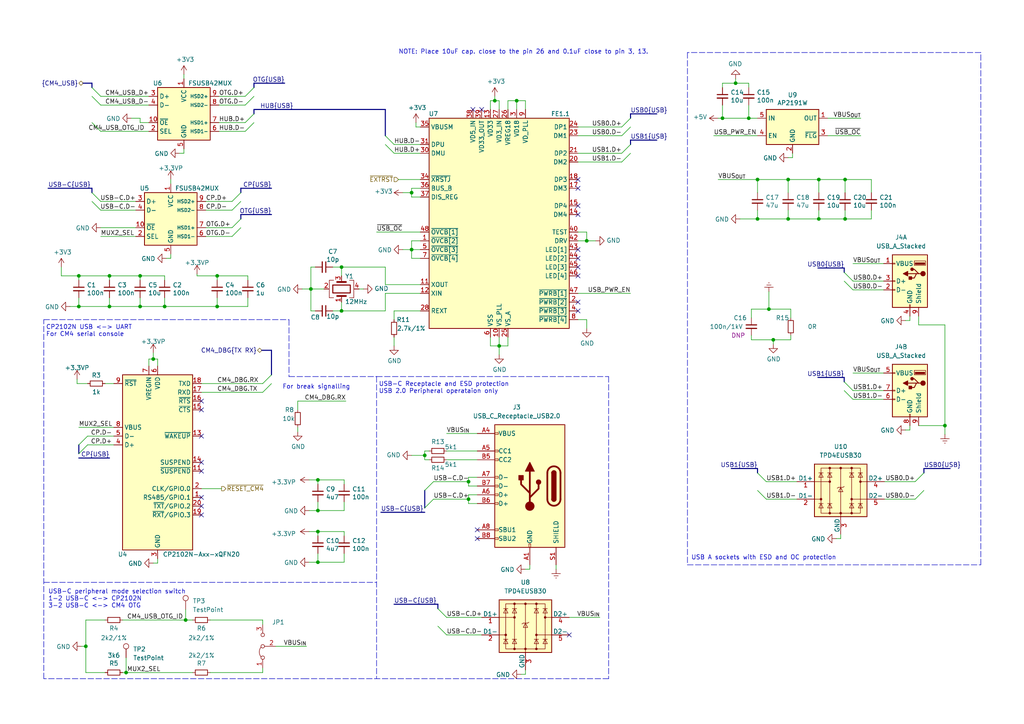
<source format=kicad_sch>
(kicad_sch (version 20210621) (generator eeschema)
  (paper "A4")
  (title_block (title "USB 2.0 host/USB 2.0 device") (date "2021-01-12") (rev "0.1") (company "Nabu Casa") (comment 1 "www.nabucasa.com") (comment 2 "Amber"))
  (bus_alias "I2C" (members "SDA" "SCL"))
  (bus_alias "CM4_USB" (members "CM4_USB_D+" "CM4_USB_D-" "CM4_USB_OTG_ID"))
  (bus_alias "USB" (members "D+" "D-"))
  (junction (at 22.86 80.01) (diameter 0.9144))
  (junction (at 22.86 88.9) (diameter 0.9144))
  (junction (at 24.892 187.452) (diameter 0.9144))
  (junction (at 31.75 80.01) (diameter 0.9144))
  (junction (at 31.75 88.9) (diameter 0.9144))
  (junction (at 36.576 195.072) (diameter 0.9144))
  (junction (at 40.64 80.01) (diameter 0.9144))
  (junction (at 40.64 88.9) (diameter 0.9144))
  (junction (at 44.45 104.14) (diameter 0.9144))
  (junction (at 47.752 88.9) (diameter 0.9144))
  (junction (at 53.848 179.832) (diameter 0.9144))
  (junction (at 62.992 80.01) (diameter 0.9144))
  (junction (at 62.992 88.9) (diameter 0.9144))
  (junction (at 90.17 83.82) (diameter 0.9144))
  (junction (at 92.202 139.192) (diameter 0.9144))
  (junction (at 92.202 148.082) (diameter 0.9144))
  (junction (at 92.202 154.178) (diameter 0.9144))
  (junction (at 92.202 163.068) (diameter 0.9144))
  (junction (at 99.06 77.47) (diameter 0.9144))
  (junction (at 99.06 90.17) (diameter 0.9144))
  (junction (at 119.38 55.88) (diameter 0.9144))
  (junction (at 119.38 72.39) (diameter 0.9144))
  (junction (at 123.19 132.08) (diameter 0.9144))
  (junction (at 135.89 139.7) (diameter 0.9144))
  (junction (at 135.89 144.78) (diameter 0.9144))
  (junction (at 143.51 29.21) (diameter 0.9144))
  (junction (at 144.78 100.33) (diameter 0.9144))
  (junction (at 149.86 29.21) (diameter 0.9144))
  (junction (at 170.18 69.85) (diameter 0.9144))
  (junction (at 209.55 34.29) (diameter 0.9144))
  (junction (at 213.36 24.13) (diameter 0.9144))
  (junction (at 217.17 34.29) (diameter 0.9144))
  (junction (at 219.71 52.07) (diameter 0.9144))
  (junction (at 219.71 63.5) (diameter 0.9144))
  (junction (at 223.012 89.662) (diameter 0.9144))
  (junction (at 224.282 98.552) (diameter 0.9144))
  (junction (at 228.6 52.07) (diameter 0.9144))
  (junction (at 228.6 63.5) (diameter 0.9144))
  (junction (at 237.49 52.07) (diameter 0.9144))
  (junction (at 237.49 63.5) (diameter 0.9144))
  (junction (at 245.11 52.07) (diameter 0.9144))
  (junction (at 245.11 63.5) (diameter 0.9144))
  (junction (at 274.066 123.444) (diameter 0.9144))
  (no_connect (at 58.42 116.332))
  (no_connect (at 58.42 118.872))
  (no_connect (at 58.42 126.492))
  (no_connect (at 58.42 134.112))
  (no_connect (at 58.42 136.652))
  (no_connect (at 58.42 144.272))
  (no_connect (at 58.42 146.812))
  (no_connect (at 58.42 149.352))
  (no_connect (at 137.16 31.75))
  (no_connect (at 138.43 153.67))
  (no_connect (at 138.43 156.21))
  (no_connect (at 139.7 31.75))
  (no_connect (at 165.1 184.15))
  (no_connect (at 167.64 52.07))
  (no_connect (at 167.64 54.61))
  (no_connect (at 167.64 59.69))
  (no_connect (at 167.64 62.23))
  (no_connect (at 167.64 72.39))
  (no_connect (at 167.64 74.93))
  (no_connect (at 167.64 77.47))
  (no_connect (at 167.64 80.01))
  (no_connect (at 167.64 87.63))
  (no_connect (at 167.64 90.17))
  (bus_entry (at 22.86 129.032) (size 2.54 -2.54) (stroke (width 0.1524)))
  (bus_entry (at 22.86 131.572) (size 2.54 -2.54) (stroke (width 0.1524)))
  (bus_entry (at 26.67 25.4) (size 2.54 2.54) (stroke (width 0.1524)))
  (bus_entry (at 26.67 27.94) (size 2.54 2.54) (stroke (width 0.1524)))
  (bus_entry (at 26.67 35.56) (size 2.54 2.54) (stroke (width 0.1524)))
  (bus_entry (at 26.67 55.88) (size 2.54 2.54) (stroke (width 0.1524)))
  (bus_entry (at 26.67 58.42) (size 2.54 2.54) (stroke (width 0.1524)))
  (bus_entry (at 69.85 55.88) (size -2.54 2.54) (stroke (width 0.1524)))
  (bus_entry (at 69.85 58.42) (size -2.54 2.54) (stroke (width 0.1524)))
  (bus_entry (at 69.85 63.5) (size -2.54 2.54) (stroke (width 0.1524)))
  (bus_entry (at 69.85 66.04) (size -2.54 2.54) (stroke (width 0.1524)))
  (bus_entry (at 73.66 25.4) (size -2.54 2.54) (stroke (width 0.1524)))
  (bus_entry (at 73.66 27.94) (size -2.54 2.54) (stroke (width 0.1524)))
  (bus_entry (at 73.66 33.02) (size -2.54 2.54) (stroke (width 0.1524)))
  (bus_entry (at 73.66 35.56) (size -2.54 2.54) (stroke (width 0.1524)))
  (bus_entry (at 76.2 111.252) (size 2.54 -2.54) (stroke (width 0.1524)))
  (bus_entry (at 76.2 113.792) (size 2.54 -2.54) (stroke (width 0.1524)))
  (bus_entry (at 111.76 39.37) (size 2.54 2.54) (stroke (width 0.1524)))
  (bus_entry (at 111.76 41.91) (size 2.54 2.54) (stroke (width 0.1524)))
  (bus_entry (at 123.19 142.24) (size 2.54 -2.54) (stroke (width 0.1524)))
  (bus_entry (at 123.19 147.32) (size 2.54 -2.54) (stroke (width 0.1524)))
  (bus_entry (at 127 176.53) (size 2.54 2.54) (stroke (width 0.1524)))
  (bus_entry (at 127 181.61) (size 2.54 2.54) (stroke (width 0.1524)))
  (bus_entry (at 180.34 36.83) (size 2.54 -2.54) (stroke (width 0.1524)))
  (bus_entry (at 180.34 39.37) (size 2.54 -2.54) (stroke (width 0.1524)))
  (bus_entry (at 180.34 44.45) (size 2.54 -2.54) (stroke (width 0.1524)))
  (bus_entry (at 180.34 46.99) (size 2.54 -2.54) (stroke (width 0.1524)))
  (bus_entry (at 222.25 139.7) (size -2.54 -2.54) (stroke (width 0.1524)))
  (bus_entry (at 222.25 144.78) (size -2.54 -2.54) (stroke (width 0.1524)))
  (bus_entry (at 247.396 81.534) (size -2.54 -2.54) (stroke (width 0.1524)))
  (bus_entry (at 247.396 84.074) (size -2.54 -2.54) (stroke (width 0.1524)))
  (bus_entry (at 247.396 113.284) (size -2.54 -2.54) (stroke (width 0.1524)))
  (bus_entry (at 247.396 115.824) (size -2.54 -2.54) (stroke (width 0.1524)))
  (bus_entry (at 265.43 139.7) (size 2.54 -2.54) (stroke (width 0.1524)))
  (bus_entry (at 265.43 144.78) (size 2.54 -2.54) (stroke (width 0.1524)))
  (wire (pts (xy 17.78 80.01) (xy 17.78 77.47)))
  (wire (pts (xy 17.78 80.01) (xy 22.86 80.01)))
  (wire (pts (xy 20.32 88.9) (xy 22.86 88.9)))
  (wire (pts (xy 22.352 111.252) (xy 22.352 109.982)))
  (wire (pts (xy 22.86 80.01) (xy 22.86 81.28)))
  (wire (pts (xy 22.86 80.01) (xy 31.75 80.01)))
  (wire (pts (xy 22.86 86.36) (xy 22.86 88.9)))
  (wire (pts (xy 22.86 88.9) (xy 31.75 88.9)))
  (wire (pts (xy 22.86 123.952) (xy 33.02 123.952)))
  (wire (pts (xy 23.622 187.452) (xy 24.892 187.452)))
  (wire (pts (xy 24.892 179.832) (xy 30.48 179.832)))
  (wire (pts (xy 24.892 187.452) (xy 24.892 179.832)))
  (wire (pts (xy 24.892 195.072) (xy 24.892 187.452)))
  (wire (pts (xy 25.4 111.252) (xy 22.352 111.252)))
  (wire (pts (xy 29.21 27.94) (xy 43.18 27.94)))
  (wire (pts (xy 29.21 30.48) (xy 43.18 30.48)))
  (wire (pts (xy 29.21 38.1) (xy 43.18 38.1)))
  (wire (pts (xy 29.21 66.04) (xy 39.37 66.04)))
  (wire (pts (xy 29.21 68.58) (xy 39.37 68.58)))
  (wire (pts (xy 30.48 111.252) (xy 33.02 111.252)))
  (wire (pts (xy 30.48 195.072) (xy 24.892 195.072)))
  (wire (pts (xy 31.75 80.01) (xy 31.75 81.28)))
  (wire (pts (xy 31.75 86.36) (xy 31.75 88.9)))
  (wire (pts (xy 31.75 88.9) (xy 40.64 88.9)))
  (wire (pts (xy 33.02 126.492) (xy 25.4 126.492)))
  (wire (pts (xy 33.02 129.032) (xy 25.4 129.032)))
  (wire (pts (xy 35.56 179.832) (xy 53.848 179.832)))
  (wire (pts (xy 35.56 195.072) (xy 36.576 195.072)))
  (wire (pts (xy 36.576 190.754) (xy 36.576 195.072)))
  (wire (pts (xy 36.576 195.072) (xy 55.88 195.072)))
  (wire (pts (xy 39.37 58.42) (xy 29.21 58.42)))
  (wire (pts (xy 39.37 60.96) (xy 29.21 60.96)))
  (wire (pts (xy 40.64 34.29) (xy 38.1 34.29)))
  (wire (pts (xy 40.64 35.56) (xy 40.64 34.29)))
  (wire (pts (xy 40.64 80.01) (xy 31.75 80.01)))
  (wire (pts (xy 40.64 80.01) (xy 40.64 81.28)))
  (wire (pts (xy 40.64 86.36) (xy 40.64 88.9)))
  (wire (pts (xy 40.64 88.9) (xy 47.752 88.9)))
  (wire (pts (xy 43.18 35.56) (xy 40.64 35.56)))
  (wire (pts (xy 43.18 104.14) (xy 44.45 104.14)))
  (wire (pts (xy 43.18 106.172) (xy 43.18 104.14)))
  (wire (pts (xy 44.45 102.362) (xy 44.45 104.14)))
  (wire (pts (xy 44.45 163.322) (xy 45.72 163.322)))
  (wire (pts (xy 45.72 104.14) (xy 44.45 104.14)))
  (wire (pts (xy 45.72 106.172) (xy 45.72 104.14)))
  (wire (pts (xy 45.72 163.322) (xy 45.72 162.052)))
  (wire (pts (xy 47.752 80.01) (xy 40.64 80.01)))
  (wire (pts (xy 47.752 81.28) (xy 47.752 80.01)))
  (wire (pts (xy 47.752 86.36) (xy 47.752 88.9)))
  (wire (pts (xy 47.752 88.9) (xy 62.992 88.9)))
  (wire (pts (xy 48.26 74.93) (xy 49.53 74.93)))
  (wire (pts (xy 49.53 52.07) (xy 49.53 53.34)))
  (wire (pts (xy 49.53 74.93) (xy 49.53 73.66)))
  (wire (pts (xy 52.07 44.45) (xy 53.34 44.45)))
  (wire (pts (xy 53.34 21.59) (xy 53.34 22.86)))
  (wire (pts (xy 53.34 44.45) (xy 53.34 43.18)))
  (wire (pts (xy 53.848 176.784) (xy 53.848 179.832)))
  (wire (pts (xy 53.848 179.832) (xy 55.88 179.832)))
  (wire (pts (xy 57.15 79.502) (xy 57.15 80.01)))
  (wire (pts (xy 57.15 80.01) (xy 62.992 80.01)))
  (wire (pts (xy 58.42 111.252) (xy 76.2 111.252)))
  (wire (pts (xy 58.42 113.792) (xy 76.2 113.792)))
  (wire (pts (xy 58.42 141.732) (xy 64.262 141.732)))
  (wire (pts (xy 59.69 58.42) (xy 67.31 58.42)))
  (wire (pts (xy 59.69 60.96) (xy 67.31 60.96)))
  (wire (pts (xy 59.69 66.04) (xy 67.31 66.04)))
  (wire (pts (xy 59.69 68.58) (xy 67.31 68.58)))
  (wire (pts (xy 60.96 195.072) (xy 76.2 195.072)))
  (wire (pts (xy 62.992 80.01) (xy 62.992 81.28)))
  (wire (pts (xy 62.992 80.01) (xy 71.882 80.01)))
  (wire (pts (xy 62.992 86.36) (xy 62.992 88.9)))
  (wire (pts (xy 62.992 88.9) (xy 71.882 88.9)))
  (wire (pts (xy 63.5 27.94) (xy 71.12 27.94)))
  (wire (pts (xy 63.5 30.48) (xy 71.12 30.48)))
  (wire (pts (xy 63.5 35.56) (xy 71.12 35.56)))
  (wire (pts (xy 63.5 38.1) (xy 71.12 38.1)))
  (wire (pts (xy 71.882 80.01) (xy 71.882 81.28)))
  (wire (pts (xy 71.882 88.9) (xy 71.882 86.36)))
  (wire (pts (xy 76.2 179.832) (xy 60.96 179.832)))
  (wire (pts (xy 76.2 181.102) (xy 76.2 179.832)))
  (wire (pts (xy 76.2 195.072) (xy 76.2 193.802)))
  (wire (pts (xy 86.36 116.332) (xy 86.36 118.872)))
  (wire (pts (xy 86.36 116.332) (xy 100.33 116.332)))
  (wire (pts (xy 86.36 123.952) (xy 86.36 125.222)))
  (wire (pts (xy 87.63 83.82) (xy 90.17 83.82)))
  (wire (pts (xy 88.9 187.452) (xy 80.01 187.452)))
  (wire (pts (xy 89.662 139.192) (xy 92.202 139.192)))
  (wire (pts (xy 89.662 148.082) (xy 92.202 148.082)))
  (wire (pts (xy 89.662 154.178) (xy 92.202 154.178)))
  (wire (pts (xy 89.662 163.068) (xy 92.202 163.068)))
  (wire (pts (xy 90.17 77.47) (xy 90.17 83.82)))
  (wire (pts (xy 90.17 83.82) (xy 90.17 90.17)))
  (wire (pts (xy 90.17 83.82) (xy 93.98 83.82)))
  (wire (pts (xy 90.17 90.17) (xy 91.44 90.17)))
  (wire (pts (xy 91.44 77.47) (xy 90.17 77.47)))
  (wire (pts (xy 92.202 139.192) (xy 92.202 140.462)))
  (wire (pts (xy 92.202 145.542) (xy 92.202 148.082)))
  (wire (pts (xy 92.202 148.082) (xy 99.822 148.082)))
  (wire (pts (xy 92.202 154.178) (xy 92.202 155.448)))
  (wire (pts (xy 92.202 160.528) (xy 92.202 163.068)))
  (wire (pts (xy 92.202 163.068) (xy 99.822 163.068)))
  (wire (pts (xy 96.52 77.47) (xy 99.06 77.47)))
  (wire (pts (xy 96.52 90.17) (xy 99.06 90.17)))
  (wire (pts (xy 99.06 77.47) (xy 99.06 80.01)))
  (wire (pts (xy 99.06 77.47) (xy 111.76 77.47)))
  (wire (pts (xy 99.06 87.63) (xy 99.06 90.17)))
  (wire (pts (xy 99.06 90.17) (xy 111.76 90.17)))
  (wire (pts (xy 99.822 139.192) (xy 92.202 139.192)))
  (wire (pts (xy 99.822 140.462) (xy 99.822 139.192)))
  (wire (pts (xy 99.822 145.542) (xy 99.822 148.082)))
  (wire (pts (xy 99.822 154.178) (xy 92.202 154.178)))
  (wire (pts (xy 99.822 155.448) (xy 99.822 154.178)))
  (wire (pts (xy 99.822 160.528) (xy 99.822 163.068)))
  (wire (pts (xy 104.14 83.82) (xy 105.41 83.82)))
  (wire (pts (xy 111.76 82.55) (xy 111.76 77.47)))
  (wire (pts (xy 111.76 85.09) (xy 111.76 90.17)))
  (wire (pts (xy 114.3 41.91) (xy 121.92 41.91)))
  (wire (pts (xy 114.3 44.45) (xy 121.92 44.45)))
  (wire (pts (xy 114.3 90.17) (xy 121.92 90.17)))
  (wire (pts (xy 114.3 92.71) (xy 114.3 90.17)))
  (wire (pts (xy 114.3 97.79) (xy 114.3 100.33)))
  (wire (pts (xy 115.57 52.07) (xy 121.92 52.07)))
  (wire (pts (xy 116.84 55.88) (xy 119.38 55.88)))
  (wire (pts (xy 116.84 72.39) (xy 119.38 72.39)))
  (wire (pts (xy 119.38 54.61) (xy 121.92 54.61)))
  (wire (pts (xy 119.38 55.88) (xy 119.38 54.61)))
  (wire (pts (xy 119.38 57.15) (xy 119.38 55.88)))
  (wire (pts (xy 119.38 69.85) (xy 121.92 69.85)))
  (wire (pts (xy 119.38 72.39) (xy 119.38 69.85)))
  (wire (pts (xy 119.38 72.39) (xy 119.38 74.93)))
  (wire (pts (xy 119.38 72.39) (xy 121.92 72.39)))
  (wire (pts (xy 119.38 74.93) (xy 121.92 74.93)))
  (wire (pts (xy 119.38 132.08) (xy 123.19 132.08)))
  (wire (pts (xy 120.65 35.56) (xy 120.65 36.83)))
  (wire (pts (xy 121.92 36.83) (xy 120.65 36.83)))
  (wire (pts (xy 121.92 57.15) (xy 119.38 57.15)))
  (wire (pts (xy 121.92 67.31) (xy 109.22 67.31)))
  (wire (pts (xy 121.92 82.55) (xy 111.76 82.55)))
  (wire (pts (xy 121.92 85.09) (xy 111.76 85.09)))
  (wire (pts (xy 123.19 130.81) (xy 123.19 132.08)))
  (wire (pts (xy 123.19 132.08) (xy 123.19 133.35)))
  (wire (pts (xy 123.19 133.35) (xy 124.46 133.35)))
  (wire (pts (xy 124.46 130.81) (xy 123.19 130.81)))
  (wire (pts (xy 125.73 139.7) (xy 135.89 139.7)))
  (wire (pts (xy 125.73 144.78) (xy 135.89 144.78)))
  (wire (pts (xy 129.54 125.73) (xy 138.43 125.73)))
  (wire (pts (xy 129.54 130.81) (xy 138.43 130.81)))
  (wire (pts (xy 129.54 133.35) (xy 138.43 133.35)))
  (wire (pts (xy 129.54 179.07) (xy 139.7 179.07)))
  (wire (pts (xy 129.54 184.15) (xy 139.7 184.15)))
  (wire (pts (xy 135.89 139.7) (xy 135.89 138.43)))
  (wire (pts (xy 135.89 140.97) (xy 135.89 139.7)))
  (wire (pts (xy 135.89 140.97) (xy 138.43 140.97)))
  (wire (pts (xy 135.89 144.78) (xy 135.89 143.51)))
  (wire (pts (xy 135.89 146.05) (xy 135.89 144.78)))
  (wire (pts (xy 135.89 146.05) (xy 138.43 146.05)))
  (wire (pts (xy 138.43 138.43) (xy 135.89 138.43)))
  (wire (pts (xy 138.43 143.51) (xy 135.89 143.51)))
  (wire (pts (xy 142.24 29.21) (xy 143.51 29.21)))
  (wire (pts (xy 142.24 31.75) (xy 142.24 29.21)))
  (wire (pts (xy 142.24 97.79) (xy 142.24 100.33)))
  (wire (pts (xy 142.24 100.33) (xy 144.78 100.33)))
  (wire (pts (xy 143.51 27.94) (xy 143.51 29.21)))
  (wire (pts (xy 143.51 29.21) (xy 144.78 29.21)))
  (wire (pts (xy 144.78 29.21) (xy 144.78 31.75)))
  (wire (pts (xy 144.78 97.79) (xy 144.78 100.33)))
  (wire (pts (xy 144.78 100.33) (xy 144.78 102.87)))
  (wire (pts (xy 147.32 29.21) (xy 149.86 29.21)))
  (wire (pts (xy 147.32 31.75) (xy 147.32 29.21)))
  (wire (pts (xy 147.32 97.79) (xy 147.32 100.33)))
  (wire (pts (xy 147.32 100.33) (xy 144.78 100.33)))
  (wire (pts (xy 149.86 29.21) (xy 149.86 31.75)))
  (wire (pts (xy 151.13 195.58) (xy 152.4 195.58)))
  (wire (pts (xy 152.4 29.21) (xy 149.86 29.21)))
  (wire (pts (xy 152.4 31.75) (xy 152.4 29.21)))
  (wire (pts (xy 152.4 165.1) (xy 153.67 165.1)))
  (wire (pts (xy 152.4 195.58) (xy 152.4 194.31)))
  (wire (pts (xy 153.67 165.1) (xy 153.67 163.83)))
  (wire (pts (xy 161.29 163.83) (xy 161.29 165.1)))
  (wire (pts (xy 167.64 36.83) (xy 180.34 36.83)))
  (wire (pts (xy 167.64 39.37) (xy 180.34 39.37)))
  (wire (pts (xy 167.64 44.45) (xy 180.34 44.45)))
  (wire (pts (xy 167.64 46.99) (xy 180.34 46.99)))
  (wire (pts (xy 167.64 67.31) (xy 170.18 67.31)))
  (wire (pts (xy 167.64 85.09) (xy 182.88 85.09)))
  (wire (pts (xy 167.64 92.71) (xy 170.18 92.71)))
  (wire (pts (xy 170.18 67.31) (xy 170.18 69.85)))
  (wire (pts (xy 170.18 69.85) (xy 167.64 69.85)))
  (wire (pts (xy 170.18 69.85) (xy 172.72 69.85)))
  (wire (pts (xy 170.18 92.71) (xy 170.18 95.25)))
  (wire (pts (xy 173.99 179.07) (xy 165.1 179.07)))
  (wire (pts (xy 208.28 34.29) (xy 209.55 34.29)))
  (wire (pts (xy 208.28 52.07) (xy 219.71 52.07)))
  (wire (pts (xy 209.55 24.13) (xy 209.55 25.4)))
  (wire (pts (xy 209.55 30.48) (xy 209.55 34.29)))
  (wire (pts (xy 209.55 34.29) (xy 217.17 34.29)))
  (wire (pts (xy 213.36 22.86) (xy 213.36 24.13)))
  (wire (pts (xy 213.36 24.13) (xy 209.55 24.13)))
  (wire (pts (xy 214.63 63.5) (xy 219.71 63.5)))
  (wire (pts (xy 217.17 24.13) (xy 213.36 24.13)))
  (wire (pts (xy 217.17 25.4) (xy 217.17 24.13)))
  (wire (pts (xy 217.17 30.48) (xy 217.17 34.29)))
  (wire (pts (xy 217.17 34.29) (xy 219.71 34.29)))
  (wire (pts (xy 217.932 89.662) (xy 217.932 92.202)))
  (wire (pts (xy 217.932 97.282) (xy 217.932 98.552)))
  (wire (pts (xy 217.932 98.552) (xy 224.282 98.552)))
  (wire (pts (xy 219.71 39.37) (xy 207.01 39.37)))
  (wire (pts (xy 219.71 52.07) (xy 219.71 55.88)))
  (wire (pts (xy 219.71 52.07) (xy 228.6 52.07)))
  (wire (pts (xy 219.71 60.96) (xy 219.71 63.5)))
  (wire (pts (xy 219.71 63.5) (xy 228.6 63.5)))
  (wire (pts (xy 222.25 139.7) (xy 231.14 139.7)))
  (wire (pts (xy 222.25 144.78) (xy 231.14 144.78)))
  (wire (pts (xy 223.012 84.582) (xy 223.012 89.662)))
  (wire (pts (xy 223.012 89.662) (xy 217.932 89.662)))
  (wire (pts (xy 224.282 98.552) (xy 224.282 99.822)))
  (wire (pts (xy 224.282 98.552) (xy 229.362 98.552)))
  (wire (pts (xy 228.6 45.72) (xy 229.87 45.72)))
  (wire (pts (xy 228.6 52.07) (xy 228.6 55.88)))
  (wire (pts (xy 228.6 52.07) (xy 237.49 52.07)))
  (wire (pts (xy 228.6 60.96) (xy 228.6 63.5)))
  (wire (pts (xy 228.6 63.5) (xy 237.49 63.5)))
  (wire (pts (xy 229.362 89.662) (xy 223.012 89.662)))
  (wire (pts (xy 229.362 92.202) (xy 229.362 89.662)))
  (wire (pts (xy 229.362 98.552) (xy 229.362 97.282)))
  (wire (pts (xy 229.87 45.72) (xy 229.87 44.45)))
  (wire (pts (xy 237.49 52.07) (xy 237.49 55.88)))
  (wire (pts (xy 237.49 52.07) (xy 245.11 52.07)))
  (wire (pts (xy 237.49 60.96) (xy 237.49 63.5)))
  (wire (pts (xy 237.49 63.5) (xy 245.11 63.5)))
  (wire (pts (xy 240.03 34.29) (xy 249.682 34.29)))
  (wire (pts (xy 240.03 39.37) (xy 249.682 39.37)))
  (wire (pts (xy 242.57 156.21) (xy 243.84 156.21)))
  (wire (pts (xy 243.84 156.21) (xy 243.84 154.94)))
  (wire (pts (xy 245.11 52.07) (xy 245.11 55.88)))
  (wire (pts (xy 245.11 60.96) (xy 245.11 63.5)))
  (wire (pts (xy 245.11 63.5) (xy 252.73 63.5)))
  (wire (pts (xy 247.396 76.454) (xy 256.286 76.454)))
  (wire (pts (xy 247.396 81.534) (xy 256.286 81.534)))
  (wire (pts (xy 247.396 84.074) (xy 256.286 84.074)))
  (wire (pts (xy 247.396 108.204) (xy 256.286 108.204)))
  (wire (pts (xy 247.396 113.284) (xy 256.286 113.284)))
  (wire (pts (xy 247.396 115.824) (xy 256.286 115.824)))
  (wire (pts (xy 252.73 52.07) (xy 245.11 52.07)))
  (wire (pts (xy 252.73 55.88) (xy 252.73 52.07)))
  (wire (pts (xy 252.73 63.5) (xy 252.73 60.96)))
  (wire (pts (xy 262.636 92.964) (xy 263.906 92.964)))
  (wire (pts (xy 262.636 124.714) (xy 263.906 124.714)))
  (wire (pts (xy 263.906 92.964) (xy 263.906 91.694)))
  (wire (pts (xy 263.906 124.714) (xy 263.906 123.444)))
  (wire (pts (xy 265.43 139.7) (xy 256.54 139.7)))
  (wire (pts (xy 265.43 144.78) (xy 256.54 144.78)))
  (wire (pts (xy 266.446 91.694) (xy 266.446 94.234)))
  (wire (pts (xy 266.446 94.234) (xy 274.066 94.234)))
  (wire (pts (xy 266.446 123.444) (xy 274.066 123.444)))
  (wire (pts (xy 274.066 94.234) (xy 274.066 123.444)))
  (wire (pts (xy 274.066 123.444) (xy 274.066 125.984)))
  (bus (pts (xy 22.86 129.032) (xy 22.86 132.842)))
  (bus (pts (xy 22.86 132.842) (xy 31.75 132.842)))
  (bus (pts (xy 24.13 24.13) (xy 26.67 24.13)))
  (bus (pts (xy 26.67 24.13) (xy 26.67 35.56)))
  (bus (pts (xy 26.67 54.61) (xy 13.97 54.61)))
  (bus (pts (xy 26.67 54.61) (xy 26.67 58.42)))
  (bus (pts (xy 69.85 54.61) (xy 69.85 58.42)))
  (bus (pts (xy 69.85 54.61) (xy 78.74 54.61)))
  (bus (pts (xy 69.85 62.23) (xy 69.85 66.04)))
  (bus (pts (xy 69.85 62.23) (xy 78.74 62.23)))
  (bus (pts (xy 73.66 24.13) (xy 73.66 27.94)))
  (bus (pts (xy 73.66 24.13) (xy 82.55 24.13)))
  (bus (pts (xy 73.66 31.75) (xy 73.66 35.56)))
  (bus (pts (xy 73.66 31.75) (xy 111.76 31.75)))
  (bus (pts (xy 75.946 101.6) (xy 78.74 101.6)))
  (bus (pts (xy 78.74 101.6) (xy 78.74 111.252)))
  (bus (pts (xy 111.76 31.75) (xy 111.76 41.91)))
  (bus (pts (xy 123.19 142.24) (xy 123.19 148.59)))
  (bus (pts (xy 123.19 148.59) (xy 110.49 148.59)))
  (bus (pts (xy 127 175.26) (xy 114.3 175.26)))
  (bus (pts (xy 127 175.26) (xy 127 181.61)))
  (bus (pts (xy 182.88 33.02) (xy 182.88 36.83)))
  (bus (pts (xy 182.88 33.02) (xy 190.5 33.02)))
  (bus (pts (xy 182.88 40.64) (xy 182.88 44.45)))
  (bus (pts (xy 182.88 40.64) (xy 190.5 40.64)))
  (bus (pts (xy 219.71 135.89) (xy 212.09 135.89)))
  (bus (pts (xy 219.71 135.89) (xy 219.71 142.24)))
  (bus (pts (xy 244.856 77.724) (xy 237.236 77.724)))
  (bus (pts (xy 244.856 77.724) (xy 244.856 81.534)))
  (bus (pts (xy 244.856 109.474) (xy 237.236 109.474)))
  (bus (pts (xy 244.856 109.474) (xy 244.856 113.284)))
  (bus (pts (xy 267.97 135.89) (xy 267.97 142.24)))
  (bus (pts (xy 267.97 135.89) (xy 275.59 135.89)))
  (polyline (pts (xy 12.7 92.71) (xy 83.82 92.71)) (stroke (width 0) (type dash)))
  (polyline (pts (xy 12.7 168.91) (xy 109.22 168.91)) (stroke (width 0) (type dash)))
  (polyline (pts (xy 12.7 196.85) (xy 12.7 92.71)) (stroke (width 0) (type dash)))
  (polyline (pts (xy 83.82 92.71) (xy 83.82 109.22)) (stroke (width 0) (type dash)))
  (polyline (pts (xy 83.82 109.22) (xy 109.22 109.22)) (stroke (width 0) (type dash)))
  (polyline (pts (xy 88.9 196.85) (xy 12.7 196.85)) (stroke (width 0) (type dash)))
  (polyline (pts (xy 109.22 109.22) (xy 109.22 196.85)) (stroke (width 0) (type dash)))
  (polyline (pts (xy 109.22 109.22) (xy 176.53 109.22)) (stroke (width 0) (type dash)))
  (polyline (pts (xy 176.53 109.22) (xy 176.53 196.85)) (stroke (width 0) (type dash)))
  (polyline (pts (xy 176.53 196.85) (xy 88.9 196.85)) (stroke (width 0) (type dash)))
  (polyline (pts (xy 199.39 15.24) (xy 199.39 163.83)) (stroke (width 0) (type dash)))
  (polyline (pts (xy 199.39 163.83) (xy 284.48 163.83)) (stroke (width 0) (type dash)))
  (polyline (pts (xy 284.48 15.24) (xy 199.39 15.24)) (stroke (width 0) (type dash)))
  (polyline (pts (xy 284.48 163.83) (xy 284.48 15.24)) (stroke (width 0) (type dash)))
  (text "CP2102N USB <-> UART\nFor CM4 serial console" (at 13.335 97.79 0) (effects (font (size 1.27 1.27)) (justify left bottom)))
  (text "USB-C peripheral mode selection switch\n1-2 USB-C <-> CP2102N\n3-2 USB-C <-> CM4 OTG" (at 13.97 176.53 0) (effects (font (size 1.27 1.27)) (justify left bottom)))
  (text "For break signalling" (at 81.915 113.03 0) (effects (font (size 1.27 1.27)) (justify left bottom)))
  (text "USB-C Receptacle and ESD protection\nUSB 2.0 Peripheral operataion only" (at 109.855 114.3 0) (effects (font (size 1.27 1.27)) (justify left bottom)))
  (text "NOTE: Place 10uF cap. close to the pin 26 and 0.1uF close to pin 3, 13." (at 115.57 15.875 0) (effects (font (size 1.27 1.27)) (justify left bottom)))
  (text "USB A sockets with ESD and OC protection" (at 242.57 162.56 180) (effects (font (size 1.27 1.27)) (justify right bottom)))
  (label "USB-C{USB}" (at 13.97 54.61 0))
  (label "MUX2_SEL" (at 22.86 123.952 0))
  (label "MUX2_SEL" (at 29.21 68.58 0))
  (label "CM4_USB_D+" (at 30.48 27.94 0))
  (label "CM4_USB_D-" (at 30.48 30.48 0))
  (label "CP{USB}" (at 31.75 132.842 180))
  (label "CP.D-" (at 32.512 126.492 180))
  (label "CP.D+" (at 32.512 129.032 180))
  (label "CM4_USB_OTG_ID" (at 36.83 179.832 0))
  (label "MUX2_SEL" (at 36.83 195.072 0))
  (label "USB-C.D+" (at 39.37 58.42 180))
  (label "USB-C.D-" (at 39.37 60.96 180))
  (label "CM4_USB_OTG_ID" (at 41.91 38.1 180))
  (label "CP.D+" (at 59.69 58.42 0))
  (label "CP.D-" (at 59.69 60.96 0))
  (label "OTG.D+" (at 59.69 66.04 0))
  (label "OTG.D-" (at 59.69 68.58 0))
  (label "CM4_DBG.RX" (at 62.992 111.252 0))
  (label "CM4_DBG.TX" (at 62.992 113.792 0))
  (label "OTG.D+" (at 63.5 27.94 0))
  (label "OTG.D-" (at 63.5 30.48 0))
  (label "HUB.D+" (at 63.5 35.56 0))
  (label "HUB.D-" (at 63.5 38.1 0))
  (label "CP{USB}" (at 78.74 54.61 180))
  (label "OTG{USB}" (at 78.74 62.23 180))
  (label "OTG{USB}" (at 82.55 24.13 180))
  (label "HUB{USB}" (at 85.09 31.75 180))
  (label "VBUS_{IN}" (at 88.9 187.452 180))
  (label "CM4_DBG.RX" (at 100.33 116.332 180))
  (label "~{USB_OC}" (at 109.22 67.31 0))
  (label "USB-C{USB}" (at 110.49 148.59 0))
  (label "HUB.D-" (at 114.3 41.91 0))
  (label "HUB.D+" (at 114.3 44.45 0))
  (label "USB-C{USB}" (at 114.3 175.26 0))
  (label "USB-C.D-" (at 125.73 139.7 0))
  (label "USB-C.D+" (at 125.73 144.78 0))
  (label "VBUS_{IN}" (at 129.54 125.73 0))
  (label "USB-C.D+" (at 129.54 179.07 0))
  (label "USB-C.D-" (at 129.54 184.15 0))
  (label "VBUS_{IN}" (at 173.99 179.07 180))
  (label "USB0.D+" (at 180.34 36.83 180))
  (label "USB0.D-" (at 180.34 39.37 180))
  (label "USB1.D+" (at 180.34 44.45 180))
  (label "USB1.D-" (at 180.34 46.99 180))
  (label "USB0{USB}" (at 182.88 33.02 0))
  (label "USB1{USB}" (at 182.88 40.64 0))
  (label "USB_PWR_EN" (at 182.88 85.09 180))
  (label "USB_PWR_EN" (at 207.01 39.37 0))
  (label "VBUS_{OUT}" (at 208.28 52.07 0))
  (label "USB1{USB}" (at 219.71 135.89 180))
  (label "USB1.D+" (at 222.25 139.7 0))
  (label "USB1.D-" (at 222.25 144.78 0))
  (label "USB0{USB}" (at 244.856 77.724 180))
  (label "USB1{USB}" (at 244.856 109.474 180))
  (label "VBUS_{OUT}" (at 247.396 76.454 0))
  (label "USB0.D+" (at 247.396 81.534 0))
  (label "USB0.D-" (at 247.396 84.074 0))
  (label "VBUS_{OUT}" (at 247.396 108.204 0))
  (label "USB1.D+" (at 247.396 113.284 0))
  (label "USB1.D-" (at 247.396 115.824 0))
  (label "VBUS_{OUT}" (at 249.682 34.29 180))
  (label "~{USB_OC}" (at 249.682 39.37 180))
  (label "USB0.D+" (at 265.43 139.7 180))
  (label "USB0.D-" (at 265.43 144.78 180))
  (label "USB0{USB}" (at 267.97 135.89 0))
  (hierarchical_label "{CM4_USB}" (shape bidirectional) (at 24.13 24.13 180))
  (hierarchical_label "~{RESET_CM4}" (shape output) (at 64.262 141.732 0))
  (hierarchical_label "CM4_DBG{TX RX}" (shape bidirectional) (at 75.946 101.6 180))
  (hierarchical_label "~{EXTRST}" (shape input) (at 115.57 52.07 180))
  (symbol (lib_id "power:+3V3") (at 17.78 77.47 0) (unit 1)
    (property "Reference" "#PWR018" (effects hide))
    (property "Value" "+3V3" (at 18.1483 73.1456 0))
  )
  (symbol (lib_id "power:+3.3VP") (at 22.352 109.982 0) (unit 1)
    (property "Reference" "#PWR0190" (effects hide))
    (property "Value" "+3.3VP" (at 22.352 106.68 0))
  )
  (symbol (lib_id "power:+3.3VP") (at 44.45 102.362 0) (unit 1)
    (property "Reference" "#PWR0193" (effects hide))
    (property "Value" "+3.3VP" (at 44.45 99.06 0))
  )
  (symbol (lib_id "power:+3.3VP") (at 49.53 52.07 0) (unit 1)
    (property "Reference" "#PWR0194" (effects hide))
    (property "Value" "+3.3VP" (at 49.53 48.768 0))
  )
  (symbol (lib_id "power:+3V3") (at 53.34 21.59 0) (unit 1)
    (property "Reference" "#PWR025" (effects hide))
    (property "Value" "+3V3" (at 53.7083 17.2656 0))
  )
  (symbol (lib_id "power:+3.3VP") (at 57.15 79.502 0) (unit 1)
    (property "Reference" "#PWR0195" (effects hide))
    (property "Value" "+3.3VP" (at 57.15 76.2 0))
  )
  (symbol (lib_id "power:+3.3VP") (at 89.662 139.192 90) (unit 1)
    (property "Reference" "#PWR0191" (effects hide))
    (property "Value" "+3.3VP" (at 85.852 139.8269 90) (effects (justify left)))
  )
  (symbol (lib_id "power:+3.3VP") (at 89.662 154.178 90) (unit 1)
    (property "Reference" "#PWR0192" (effects hide))
    (property "Value" "+3.3VP" (at 85.852 154.8129 90) (effects (justify left)))
  )
  (symbol (lib_id "power:+3V3") (at 116.84 55.88 90) (unit 1)
    (property "Reference" "#PWR0206" (effects hide))
    (property "Value" "+3V3" (at 111.2456 55.5117 90))
  )
  (symbol (lib_id "power:+3V3") (at 120.65 35.56 0) (unit 1)
    (property "Reference" "#PWR038" (effects hide))
    (property "Value" "+3V3" (at 121.0183 31.2356 0))
  )
  (symbol (lib_id "power:+3V3") (at 143.51 27.94 0) (unit 1)
    (property "Reference" "#PWR041" (effects hide))
    (property "Value" "+3V3" (at 143.8783 23.6156 0))
  )
  (symbol (lib_id "power:+5V") (at 208.28 34.29 90) (unit 1)
    (property "Reference" "#PWR045" (effects hide))
    (property "Value" "+5V" (at 205.105 33.9217 90) (effects (justify left)))
  )
  (symbol (lib_id "Connector:TestPoint") (at 36.576 190.754 0) (unit 1)
    (property "Reference" "TP2" (at 38.608 188.2774 0) (effects (justify left)))
    (property "Value" "TestPoint" (at 38.608 190.8174 0) (effects (justify left)))
    (property "Footprint" "TestPoint:TestPoint_Pad_D1.0mm" (effects hide))
  )
  (symbol (lib_id "Connector:TestPoint") (at 53.848 176.784 0) (unit 1)
    (property "Reference" "TP3" (at 55.88 174.3074 0) (effects (justify left)))
    (property "Value" "TestPoint" (at 55.88 176.8474 0) (effects (justify left)))
    (property "Footprint" "TestPoint:TestPoint_Pad_D1.0mm" (effects hide))
  )
  (symbol (lib_id "power:GND") (at 20.32 88.9 270) (unit 1)
    (property "Reference" "#PWR019" (effects hide))
    (property "Value" "GND" (at 17.145 89.0143 90) (effects (justify right)))
  )
  (symbol (lib_id "power:GND") (at 23.622 187.452 270) (unit 1)
    (property "Reference" "#PWR020" (effects hide))
    (property "Value" "GND" (at 20.447 187.5663 90) (effects (justify right)))
  )
  (symbol (lib_id "power:GND") (at 29.21 66.04 270) (unit 1)
    (property "Reference" "#PWR021" (effects hide))
    (property "Value" "GND" (at 26.035 66.1543 90) (effects (justify right)))
  )
  (symbol (lib_id "power:GND") (at 38.1 34.29 270) (unit 1)
    (property "Reference" "#PWR022" (effects hide))
    (property "Value" "GND" (at 34.925 34.4043 90) (effects (justify right)))
  )
  (symbol (lib_id "power:GND") (at 44.45 163.322 270) (unit 1)
    (property "Reference" "#PWR023" (effects hide))
    (property "Value" "GND" (at 41.275 163.4363 90) (effects (justify right)))
  )
  (symbol (lib_id "power:GND") (at 48.26 74.93 270) (unit 1)
    (property "Reference" "#PWR024" (effects hide))
    (property "Value" "GND" (at 45.085 75.0443 90) (effects (justify right)))
  )
  (symbol (lib_id "power:GND") (at 52.07 44.45 270) (unit 1)
    (property "Reference" "#PWR026" (effects hide))
    (property "Value" "GND" (at 48.895 44.5643 90) (effects (justify right)))
  )
  (symbol (lib_id "power:GND") (at 86.36 125.222 0) (unit 1)
    (property "Reference" "#PWR029" (effects hide))
    (property "Value" "GND" (at 86.4743 129.5464 0))
  )
  (symbol (lib_id "power:GND") (at 87.63 83.82 270) (unit 1)
    (property "Reference" "#PWR028" (effects hide))
    (property "Value" "GND" (at 84.455 83.9343 90) (effects (justify right)))
  )
  (symbol (lib_id "power:GND") (at 89.662 148.082 270) (unit 1)
    (property "Reference" "#PWR030" (effects hide))
    (property "Value" "GND" (at 86.487 148.1963 90) (effects (justify right)))
  )
  (symbol (lib_id "power:GND") (at 89.662 163.068 270) (unit 1)
    (property "Reference" "#PWR031" (effects hide))
    (property "Value" "GND" (at 86.487 163.1823 90) (effects (justify right)))
  )
  (symbol (lib_id "power:GND") (at 105.41 83.82 90) (unit 1)
    (property "Reference" "#PWR033" (effects hide))
    (property "Value" "GND" (at 108.5851 83.7057 90) (effects (justify right)))
  )
  (symbol (lib_id "power:GND") (at 114.3 100.33 0) (unit 1)
    (property "Reference" "#PWR0209" (effects hide))
    (property "Value" "GND" (at 114.4143 104.6544 0))
  )
  (symbol (lib_id "power:GND") (at 116.84 72.39 270) (unit 1)
    (property "Reference" "#PWR034" (effects hide))
    (property "Value" "GND" (at 113.665 72.5043 90) (effects (justify right)))
  )
  (symbol (lib_id "power:GND") (at 119.38 132.08 270) (mirror x) (unit 1)
    (property "Reference" "#PWR039" (effects hide))
    (property "Value" "GND" (at 116.205 131.9657 90) (effects (justify right)))
  )
  (symbol (lib_id "power:GND") (at 144.78 102.87 0) (unit 1)
    (property "Reference" "#PWR0205" (effects hide))
    (property "Value" "GND" (at 144.8943 107.1944 0))
  )
  (symbol (lib_id "power:GND") (at 151.13 195.58 270) (unit 1)
    (property "Reference" "#PWR042" (effects hide))
    (property "Value" "GND" (at 147.955 195.6943 90) (effects (justify right)))
  )
  (symbol (lib_id "power:GND") (at 152.4 165.1 270) (unit 1)
    (property "Reference" "#PWR043" (effects hide))
    (property "Value" "GND" (at 149.225 165.2143 90) (effects (justify right)))
  )
  (symbol (lib_id "power:Earth") (at 161.29 165.1 0) (unit 1)
    (property "Reference" "#PWR044" (effects hide))
    (property "Value" "Earth" (effects hide))
  )
  (symbol (lib_id "power:GND") (at 170.18 95.25 0) (unit 1)
    (property "Reference" "#PWR0208" (effects hide))
    (property "Value" "GND" (at 170.2943 99.5744 0))
  )
  (symbol (lib_id "power:GND") (at 172.72 69.85 90) (unit 1)
    (property "Reference" "#PWR0207" (effects hide))
    (property "Value" "GND" (at 175.895 69.7357 90) (effects (justify right)))
  )
  (symbol (lib_id "power:GND") (at 213.36 22.86 180) (unit 1)
    (property "Reference" "#PWR046" (effects hide))
    (property "Value" "GND" (at 213.2457 18.5356 0))
  )
  (symbol (lib_id "power:GND") (at 214.63 63.5 270) (unit 1)
    (property "Reference" "#PWR047" (effects hide))
    (property "Value" "GND" (at 211.455 63.6143 90) (effects (justify right)))
  )
  (symbol (lib_id "power:Earth") (at 223.012 84.582 180) (unit 1)
    (property "Reference" "#PWR048" (effects hide))
    (property "Value" "Earth" (effects hide))
  )
  (symbol (lib_id "power:GND") (at 224.282 99.822 0) (unit 1)
    (property "Reference" "#PWR049" (effects hide))
    (property "Value" "GND" (at 224.3963 104.1464 0))
  )
  (symbol (lib_id "power:GND") (at 228.6 45.72 270) (unit 1)
    (property "Reference" "#PWR050" (effects hide))
    (property "Value" "GND" (at 225.425 45.8343 90) (effects (justify right)))
  )
  (symbol (lib_id "power:GND") (at 242.57 156.21 270) (unit 1)
    (property "Reference" "#PWR051" (effects hide))
    (property "Value" "GND" (at 239.395 156.3243 90) (effects (justify right)))
  )
  (symbol (lib_id "power:GND") (at 262.636 92.964 270) (unit 1)
    (property "Reference" "#PWR052" (effects hide))
    (property "Value" "GND" (at 259.461 93.0783 90) (effects (justify right)))
  )
  (symbol (lib_id "power:GND") (at 262.636 124.714 270) (unit 1)
    (property "Reference" "#PWR053" (effects hide))
    (property "Value" "GND" (at 259.461 124.8283 90) (effects (justify right)))
  )
  (symbol (lib_id "power:Earth") (at 274.066 125.984 0) (unit 1)
    (property "Reference" "#PWR054" (effects hide))
    (property "Value" "Earth" (effects hide))
  )
  (symbol (lib_id "Device:R_Small") (at 27.94 111.252 90) (unit 1)
    (property "Reference" "R3" (at 27.94 108.8452 90))
    (property "Value" "1k" (at 27.94 113.684 90))
    (property "Footprint" "Resistor_SMD:R_0402_1005Metric" (effects hide))
  )
  (symbol (lib_id "Device:R_Small") (at 33.02 179.832 270) (unit 1)
    (property "Reference" "R4" (at 33.02 182.2388 90))
    (property "Value" "2k2/1%" (at 33.02 185.02 90))
    (property "Footprint" "Resistor_SMD:R_0402_1005Metric" (effects hide))
  )
  (symbol (lib_id "Device:R_Small") (at 33.02 195.072 270) (unit 1)
    (property "Reference" "R5" (at 33.02 192.3988 90))
    (property "Value" "3k6" (at 33.02 190.1 90))
    (property "Footprint" "Resistor_SMD:R_0402_1005Metric" (effects hide))
  )
  (symbol (lib_id "Device:R_Small") (at 58.42 179.832 270) (unit 1)
    (property "Reference" "R6" (at 58.42 182.2388 90))
    (property "Value" "2k2/1%" (at 58.42 185.02 90))
    (property "Footprint" "Resistor_SMD:R_0402_1005Metric" (effects hide))
  )
  (symbol (lib_id "Device:R_Small") (at 58.42 195.072 270) (unit 1)
    (property "Reference" "R7" (at 58.42 192.3988 90))
    (property "Value" "2k2/1%" (at 58.42 190.1 90))
    (property "Footprint" "Resistor_SMD:R_0402_1005Metric" (effects hide))
  )
  (symbol (lib_id "Device:R_Small") (at 86.36 121.412 180) (unit 1)
    (property "Reference" "R8" (at 83.9532 118.872 0))
    (property "Value" "10k" (at 83.712 121.412 0))
    (property "Footprint" "Resistor_SMD:R_0402_1005Metric" (effects hide))
  )
  (symbol (lib_id "Device:R_Small") (at 114.3 95.25 180) (unit 1)
    (property "Reference" "R11" (at 116.9732 92.71 0))
    (property "Value" "2.7k/1%" (at 119.272 95.25 0))
    (property "Footprint" "Resistor_SMD:R_0402_1005Metric" (effects hide))
  )
  (symbol (lib_id "Device:R_Small") (at 127 130.81 90) (mirror x) (unit 1)
    (property "Reference" "R13" (at 127 128.1368 90))
    (property "Value" "5k1" (at 130.81 129.648 90))
    (property "Footprint" "Resistor_SMD:R_0402_1005Metric" (effects hide))
  )
  (symbol (lib_id "Device:R_Small") (at 127 133.35 90) (mirror x) (unit 1)
    (property "Reference" "R14" (at 127 135.7568 90))
    (property "Value" "5k1" (at 130.81 134.728 90))
    (property "Footprint" "Resistor_SMD:R_0402_1005Metric" (effects hide))
  )
  (symbol (lib_id "Device:R_Small") (at 229.362 94.742 180) (unit 1)
    (property "Reference" "R15" (at 226.9552 92.202 0))
    (property "Value" "0R" (at 235.604 94.742 0))
    (property "Footprint" "Resistor_SMD:R_1206_3216Metric" (effects hide))
  )
  (symbol (lib_id "Device:C_Small") (at 22.86 83.82 0) (unit 1)
    (property "Reference" "C1" (at 25.1842 82.6706 0) (effects (justify left)))
    (property "Value" "100n" (at 25.184 84.969 0) (effects (justify left)))
    (property "Footprint" "Capacitor_SMD:C_0402_1005Metric" (effects hide))
  )
  (symbol (lib_id "Device:C_Small") (at 31.75 83.82 0) (unit 1)
    (property "Reference" "C3" (at 34.0742 82.6706 0) (effects (justify left)))
    (property "Value" "100n" (at 34.074 84.969 0) (effects (justify left)))
    (property "Footprint" "Capacitor_SMD:C_0402_1005Metric" (effects hide))
  )
  (symbol (lib_id "Device:C_Small") (at 40.64 83.82 0) (unit 1)
    (property "Reference" "C5" (at 42.9642 82.6706 0) (effects (justify left)))
    (property "Value" "10u" (at 42.964 84.969 0) (effects (justify left)))
    (property "Footprint" "Capacitor_SMD:C_0402_1005Metric" (effects hide))
  )
  (symbol (lib_id "Device:C_Small") (at 47.752 83.82 0) (unit 1)
    (property "Reference" "C2" (at 50.0762 82.6706 0) (effects (justify left)))
    (property "Value" "100n" (at 50.076 84.969 0) (effects (justify left)))
    (property "Footprint" "Capacitor_SMD:C_0402_1005Metric" (effects hide))
  )
  (symbol (lib_id "Device:C_Small") (at 62.992 83.82 0) (unit 1)
    (property "Reference" "C4" (at 65.3162 82.6706 0) (effects (justify left)))
    (property "Value" "100n" (at 65.316 84.969 0) (effects (justify left)))
    (property "Footprint" "Capacitor_SMD:C_0402_1005Metric" (effects hide))
  )
  (symbol (lib_id "Device:C_Small") (at 71.882 83.82 0) (unit 1)
    (property "Reference" "C6" (at 74.2062 82.6706 0) (effects (justify left)))
    (property "Value" "1u" (at 74.206 84.969 0) (effects (justify left)))
    (property "Footprint" "Capacitor_SMD:C_0402_1005Metric" (effects hide))
  )
  (symbol (lib_id "Device:C_Small") (at 92.202 143.002 0) (unit 1)
    (property "Reference" "C9" (at 94.5262 141.8526 0) (effects (justify left)))
    (property "Value" "4u7" (at 94.526 144.151 0) (effects (justify left)))
    (property "Footprint" "Capacitor_SMD:C_0402_1005Metric" (effects hide))
  )
  (symbol (lib_id "Device:C_Small") (at 92.202 157.988 0) (unit 1)
    (property "Reference" "C10" (at 94.5262 156.8386 0) (effects (justify left)))
    (property "Value" "4u7" (at 94.526 159.137 0) (effects (justify left)))
    (property "Footprint" "Capacitor_SMD:C_0402_1005Metric" (effects hide))
  )
  (symbol (lib_id "Device:C_Small") (at 93.98 77.47 270) (unit 1)
    (property "Reference" "C7" (at 96.52 72.9677 90))
    (property "Value" "10p" (at 96.52 75.266 90))
    (property "Footprint" "Capacitor_SMD:C_0402_1005Metric" (effects hide))
  )
  (symbol (lib_id "Device:C_Small") (at 93.98 90.17 270) (unit 1)
    (property "Reference" "C8" (at 91.44 92.0177 90))
    (property "Value" "10p" (at 96.52 91.776 90))
    (property "Footprint" "Capacitor_SMD:C_0402_1005Metric" (effects hide))
  )
  (symbol (lib_id "Device:C_Small") (at 99.822 143.002 0) (unit 1)
    (property "Reference" "C11" (at 102.1462 141.8526 0) (effects (justify left)))
    (property "Value" "100n" (at 102.146 144.151 0) (effects (justify left)))
    (property "Footprint" "Capacitor_SMD:C_0402_1005Metric" (effects hide))
  )
  (symbol (lib_id "Device:C_Small") (at 99.822 157.988 0) (unit 1)
    (property "Reference" "C12" (at 102.1462 156.8386 0) (effects (justify left)))
    (property "Value" "100n" (at 102.146 159.137 0) (effects (justify left)))
    (property "Footprint" "Capacitor_SMD:C_0402_1005Metric" (effects hide))
  )
  (symbol (lib_id "Device:C_Small") (at 209.55 27.94 0) (unit 1)
    (property "Reference" "C14" (at 211.8742 26.7906 0) (effects (justify left)))
    (property "Value" "10u" (at 211.874 29.089 0) (effects (justify left)))
    (property "Footprint" "Capacitor_SMD:C_0805_2012Metric" (effects hide))
  )
  (symbol (lib_id "Device:C_Small") (at 217.17 27.94 0) (unit 1)
    (property "Reference" "C15" (at 219.4942 26.7906 0) (effects (justify left)))
    (property "Value" "100n" (at 219.494 29.089 0) (effects (justify left)))
    (property "Footprint" "Capacitor_SMD:C_0402_1005Metric" (effects hide))
  )
  (symbol (lib_id "Device:C_Small") (at 217.932 94.742 0) (unit 1)
    (property "Reference" "C16" (at 214.6997 92.202 0))
    (property "Value" "100n/1kV" (at 210.648 94.742 0))
    (property "Footprint" "Capacitor_SMD:C_1206_3216Metric" (effects hide))
    (property "Config" "DNP" (at 214.122 97.282 0))
  )
  (symbol (lib_id "Device:C_Small") (at 219.71 58.42 0) (unit 1)
    (property "Reference" "C17" (at 222.0342 57.2706 0) (effects (justify left)))
    (property "Value" "47u" (at 222.034 59.569 0) (effects (justify left)))
    (property "Footprint" "Capacitor_SMD:C_0805_2012Metric" (effects hide))
  )
  (symbol (lib_id "Device:C_Small") (at 228.6 58.42 0) (unit 1)
    (property "Reference" "C18" (at 230.9242 57.2706 0) (effects (justify left)))
    (property "Value" "47u" (at 230.924 59.569 0) (effects (justify left)))
    (property "Footprint" "Capacitor_SMD:C_0805_2012Metric" (effects hide))
  )
  (symbol (lib_id "Device:C_Small") (at 237.49 58.42 0) (unit 1)
    (property "Reference" "C19" (at 239.8142 57.2706 0) (effects (justify left)))
    (property "Value" "10u" (at 239.814 59.569 0) (effects (justify left)))
    (property "Footprint" "Capacitor_SMD:C_0805_2012Metric" (effects hide))
  )
  (symbol (lib_id "Device:C_Small") (at 245.11 58.42 0) (unit 1)
    (property "Reference" "C20" (at 247.4342 57.2706 0) (effects (justify left)))
    (property "Value" "10u" (at 247.434 59.569 0) (effects (justify left)))
    (property "Footprint" "Capacitor_SMD:C_0805_2012Metric" (effects hide))
  )
  (symbol (lib_id "Device:C_Small") (at 252.73 58.42 0) (unit 1)
    (property "Reference" "C21" (at 255.0542 57.2706 0) (effects (justify left)))
    (property "Value" "100n" (at 255.054 59.569 0) (effects (justify left)))
    (property "Footprint" "Capacitor_SMD:C_0402_1005Metric" (effects hide))
  )
  (symbol (lib_id "Jumper:Jumper_3_Bridged12") (at 76.2 187.452 90) (unit 1)
    (property "Reference" "JP1" (at 82.55 180.4669 90) (effects (justify left)))
    (property "Value" "JP_USB_DEVICE_SEL" (effects hide))
    (property "Footprint" "Connector_PinHeader_2.54mm:PinHeader_1x03_P2.54mm_Vertical" (effects hide))
    (property "Manufacturer" "Adam Tech" (effects hide))
    (property "PartNumber" "PH1-03-UA" (effects hide))
  )
  (symbol (lib_id "Device:Crystal_GND24") (at 99.06 83.82 90) (unit 1)
    (property "Reference" "Y1" (at 100.0761 80.1306 90) (effects (justify right)))
    (property "Value" "12MHz" (at 100.076 87.509 90) (effects (justify right)))
    (property "Footprint" "Crystal:Crystal_SMD_3225-4Pin_3.2x2.5mm" (effects hide))
    (property "Datasheet" "https://datasheet.lcsc.com/lcsc/2103291134_Yangxing-Tech-X322512MMB4SI_C50430.pdf" (effects hide))
    (property "Manufacturer" "Yangxing Tech" (effects hide))
    (property "PartNumber" "X322512MMB4SI" (effects hide))
  )
  (symbol (lib_name "Amber:USB_A_Stacked_1") (lib_id "Amber:USB_A_Stacked") (at 263.906 81.534 0) (mirror y) (unit 1)
    (property "Reference" "J4" (at 261.366 68.834 0))
    (property "Value" "USB_A_Stacked" (at 261.366 71.374 0))
    (property "Footprint" "Connector_USB:USB_A_Wuerth_61400826021_Horizontal_Stacked" (effects hide))
    (property "Datasheet" " ~" (effects hide))
    (property "Manufacturer" "Molex" (effects hide))
    (property "PartNumber" "67298-4090" (effects hide))
  )
  (symbol (lib_id "Amber:USB_A_Stacked") (at 263.906 113.284 0) (mirror y) (unit 2)
    (property "Reference" "J4" (at 261.366 100.584 0))
    (property "Value" "USB_A_Stacked" (at 261.366 103.124 0))
    (property "Footprint" "Connector_USB:USB_A_Wuerth_61400826021_Horizontal_Stacked" (effects hide))
    (property "Datasheet" " ~" (effects hide))
    (property "Manufacturer" "Molex" (effects hide))
    (property "PartNumber" "67298-4090" (effects hide))
  )
  (symbol (lib_id "Power_Management:AP2171W") (at 229.87 36.83 0) (unit 1)
    (property "Reference" "U9" (at 229.87 27.5398 0))
    (property "Value" "AP2191W" (at 229.87 29.8385 0))
    (property "Footprint" "Package_TO_SOT_SMD:SOT-23-5" (effects hide))
    (property "Datasheet" "https://www.diodes.com/assets/Datasheets/AP2181_91.pdf" (effects hide))
    (property "Manufacturer" "Diodes Incorporated" (effects hide))
    (property "PartNumber" "AP2191WG-7" (effects hide))
  )
  (symbol (lib_id "Interface_USB:FSUSB42MUX") (at 49.53 63.5 0) (unit 1)
    (property "Reference" "U5" (at 41.91 54.61 0))
    (property "Value" "FSUSB42MUX" (at 57.15 54.61 0))
    (property "Footprint" "Package_SO:MSOP-10_3x3mm_P0.5mm" (effects hide))
    (property "Datasheet" "https://www.onsemi.com/pub/Collateral/FSUSB42-D.PDF" (effects hide))
    (property "Manufacturer" "ON Semiconductor" (effects hide))
    (property "PartNumber" "FSUSB42MUXCT" (effects hide))
  )
  (symbol (lib_id "Interface_USB:FSUSB42MUX") (at 53.34 33.02 0) (unit 1)
    (property "Reference" "U6" (at 45.72 24.13 0))
    (property "Value" "FSUSB42MUX" (at 60.96 24.13 0))
    (property "Footprint" "Package_SO:MSOP-10_3x3mm_P0.5mm" (effects hide))
    (property "Datasheet" "https://www.onsemi.com/pub/Collateral/FSUSB42-D.PDF" (effects hide))
    (property "Manufacturer" "ON Semiconductor" (effects hide))
    (property "PartNumber" "FSUSB42MUXCT" (effects hide))
  )
  (symbol (lib_name "Amber:TPD4EUSB30_1") (lib_id "Amber:TPD4EUSB30") (at 152.4 181.61 0) (unit 1)
    (property "Reference" "U8" (at 152.4 168.91 0))
    (property "Value" "TPD4EUSB30" (at 152.4 171.45 0))
    (property "Footprint" "Package_SON:USON-10_2.5x1.0mm_P0.5mm" (effects hide))
    (property "Datasheet" "http://www.ti.com/lit/ds/symlink/tpd2eusb30a.pdf" (effects hide))
    (property "Manufacturer" "Texas Instruments" (effects hide))
    (property "PartNumber" "TPD4EUSB30DQAR" (effects hide))
  )
  (symbol (lib_id "Amber:TPD4EUSB30") (at 243.84 142.24 0) (unit 1)
    (property "Reference" "U10" (at 243.84 129.54 0))
    (property "Value" "TPD4EUSB30" (at 243.84 132.08 0))
    (property "Footprint" "Package_SON:USON-10_2.5x1.0mm_P0.5mm" (effects hide))
    (property "Datasheet" "http://www.ti.com/lit/ds/symlink/tpd2eusb30a.pdf" (effects hide))
    (property "Manufacturer" "Texas Instruments" (effects hide))
    (property "PartNumber" "TPD4EUSB30DQAR" (effects hide))
  )
  (symbol (lib_id "Connector:USB_C_Receptacle_USB2.0") (at 153.67 140.97 0) (mirror y) (unit 1)
    (property "Reference" "J3" (at 149.86 118.11 0))
    (property "Value" "USB_C_Receptacle_USB2.0" (at 149.86 120.65 0))
    (property "Footprint" "Connector_USB:USB_C_Receptacle_HRO_TYPE-C-31-M-12" (effects hide))
    (property "Datasheet" "https://www.usb.org/sites/default/files/documents/usb_type-c.zip" (effects hide))
    (property "Manufacturer" "HRO" (effects hide))
    (property "PartNumber" "TYPE-C-31-M-12" (effects hide))
  )
  (symbol (lib_id "Interface_USB:CP2102N-Axx-xQFN20") (at 45.72 134.112 0) (unit 1)
    (property "Reference" "U4" (at 35.56 160.782 0))
    (property "Value" "CP2102N-Axx-xQFN20" (at 58.42 160.782 0))
    (property "Footprint" "Package_DFN_QFN:SiliconLabs_QFN-20-1EP_3x3mm_P0.5mm_EP1.8x1.8mm" (effects hide))
    (property "Datasheet" "https://www.silabs.com/documents/public/data-sheets/cp2102n-datasheet.pdf" (effects hide))
    (property "Manufacturer" "Silicon Laboratories" (effects hide))
    (property "PartNumber" "CP2102N-A02-GQFN20" (effects hide))
  )
  (symbol (lib_id "Amber:FE1.1") (at 144.78 64.77 0) (unit 1)
    (property "Reference" "U7" (at 125.73 33.02 0))
    (property "Value" "FE1.1" (at 162.56 33.02 0))
    (property "Footprint" "Package_DFN_QFN:QFN-48-1EP_6x6mm_P0.4mm_EP4.6x4.6mm" (effects hide))
    (property "Datasheet" "https://elinux.org/images/e/ee/FE11-datasheet.pdf" (effects hide))
  )
)
</source>
